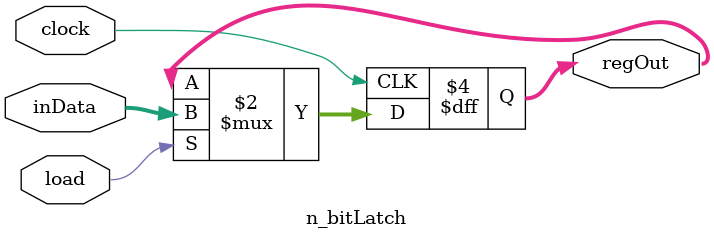
<source format=v>
/************************************************************************
*   FILE:   n_bitLatch.v     TFOX    Oct. 20, 2022   Ver. 0.1        	*
*   This is a simple n-bit Transparent latch, no clock or clear         *
************************************************************************/

module n_bitLatch
#(
    parameter N = 8)
    (input  load,               // out = in if THIS is high
                                // out = LATCHED in if load LOW
     input  clock,
     input  [N-1:0] inData,
     //
     output reg [N-1:0] regOut
     );
     
always @(negedge clock)
//    begin
        if(load)
            regOut <= inData;
//    else
//        regOut <= inData;
//	end
        
endmodule


</source>
